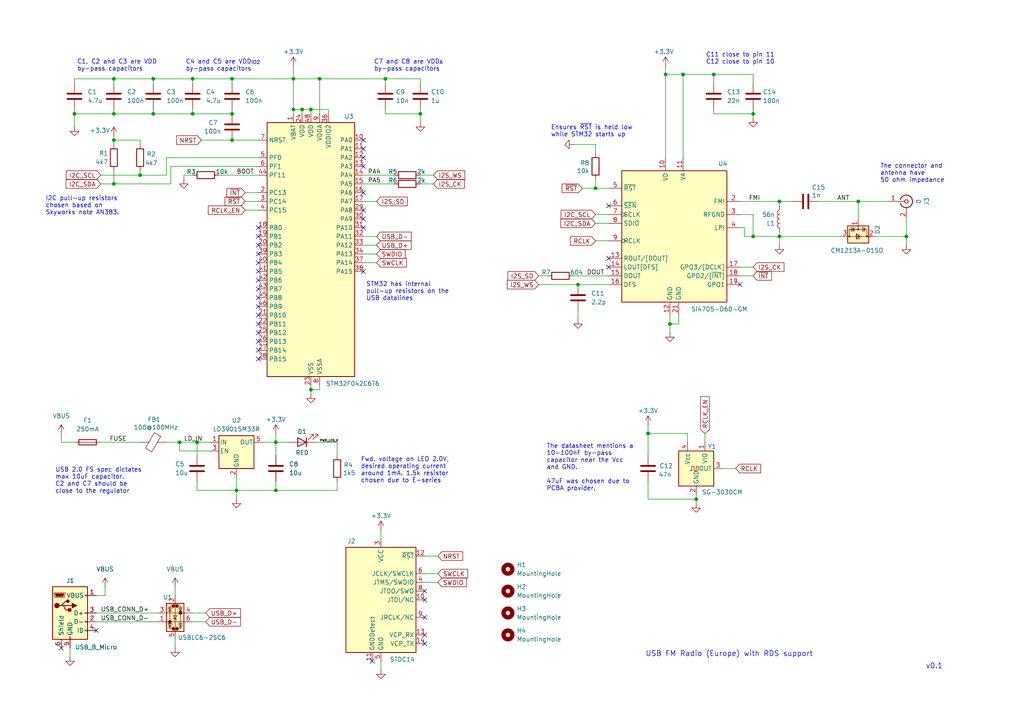
<source format=kicad_sch>
(kicad_sch (version 20250114) (generator "eeschema") (generator_version "9.0")
  (paper "A4")
  (lib_symbols
    (symbol "Connector:Conn_Coaxial" (pin_names (offset 1.016) (hide yes))
      (property "Reference" "J" (at 0.254 3.048 0))
      (property "Value" "Conn_Coaxial" (at 2.921 0 90))
      (symbol "Conn_Coaxial_1_1"
        (pin passive line (at -5.08 0 0) (length 2.54) (name "In") (number "1"))
        (pin passive line (at 0 -5.08 90) (length 2.54) (name "Ext") (number "2"))
      )
    )
    (symbol "Connector:Conn_ST_STDC14"
      (property "Reference" "J" (at -8.89 16.51 0))
      (property "Value" "Conn_ST_STDC14" (at 17.78 16.51 0))
      (symbol "Conn_ST_STDC14_1_1"
        (pin no_connect line (at -10.16 5.08 0) (length 2.54) (hide yes) (name "NC") (number "1"))
        (pin no_connect line (at -10.16 2.54 0) (length 2.54) (hide yes) (name "NC") (number "2"))
        (pin passive line (at -2.54 -17.78 90) (length 2.54) (name "GNDDetect") (number "11"))
        (pin power_in line (at 0 17.78 270) (length 2.54) (name "VCC") (number "3"))
        (pin power_in line (at 0 -17.78 90) (length 2.54) (name "GND") (number "5"))
        (pin passive line (at 0 -17.78 90) (length 2.54) (hide yes) (name "GND") (number "7"))
        (pin open_collector line (at 12.7 12.7 180) (length 2.54) (name "~{RST}") (number "12"))
        (pin output line (at 12.7 7.62 180) (length 2.54) (name "JCLK/SWCLK") (number "6"))
        (pin bidirectional line (at 12.7 5.08 180) (length 2.54) (name "JTMS/SWDIO") (number "4"))
        (pin input line (at 12.7 2.54 180) (length 2.54) (name "JTDO/SWO") (number "8"))
        (pin output line (at 12.7 0 180) (length 2.54) (name "JTDI/NC") (number "10"))
        (pin input line (at 12.7 -5.08 180) (length 2.54) (name "JRCLK/NC") (number "9"))
        (pin output line (at 12.7 -10.16 180) (length 2.54) (name "VCP_RX") (number "13"))
        (pin input line (at 12.7 -12.7 180) (length 2.54) (name "VCP_TX") (number "14"))
      )
    )
    (symbol "Connector:USB_B_Micro" (pin_names (offset 1.016))
      (property "Reference" "J" (at -5.08 11.43 0))
      (property "Value" "USB_B_Micro" (at -5.08 8.89 0))
      (symbol "USB_B_Micro_1_1"
        (pin passive line (at -2.54 -10.16 90) (length 2.54) (name "Shield") (number "6"))
        (pin power_out line (at 0 -10.16 90) (length 2.54) (name "GND") (number "5"))
        (pin power_out line (at 7.62 5.08 180) (length 2.54) (name "VBUS") (number "1"))
        (pin bidirectional line (at 7.62 0 180) (length 2.54) (name "D+") (number "3"))
        (pin bidirectional line (at 7.62 -2.54 180) (length 2.54) (name "D-") (number "2"))
        (pin passive line (at 7.62 -5.08 180) (length 2.54) (name "ID") (number "4"))
      )
    )
    (symbol "Device:C" (pin_numbers (hide yes)) (pin_names (offset 0.254))
      (property "Reference" "C" (at 0.635 2.54 0))
      (property "Value" "C" (at 0.635 -2.54 0))
      (symbol "C_1_1"
        (pin passive line (at 0 3.81 270) (length 2.794) (name "~") (number "1"))
        (pin passive line (at 0 -3.81 90) (length 2.794) (name "~") (number "2"))
      )
    )
    (symbol "Device:FerriteBead" (pin_numbers (hide yes)) (pin_names (offset 0))
      (property "Reference" "FB" (at -3.81 0.635 90))
      (property "Value" "FerriteBead" (at 3.81 0 90))
      (symbol "FerriteBead_1_1"
        (pin passive line (at 0 3.81 270) (length 2.54) (name "~") (number "1"))
        (pin passive line (at 0 -3.81 90) (length 2.54) (name "~") (number "2"))
      )
    )
    (symbol "Device:Fuse" (pin_numbers (hide yes)) (pin_names (offset 0))
      (property "Reference" "F" (at 2.032 0 90))
      (property "Value" "Fuse" (at -1.905 0 90))
      (symbol "Fuse_1_1"
        (pin passive line (at 0 3.81 270) (length 1.27) (name "~") (number "1"))
        (pin passive line (at 0 -3.81 90) (length 1.27) (name "~") (number "2"))
      )
    )
    (symbol "Device:L" (pin_numbers (hide yes)) (pin_names (offset 1.016) (hide yes))
      (property "Reference" "L" (at -1.27 0 90))
      (property "Value" "L" (at 1.905 0 90))
      (symbol "L_1_1"
        (pin passive line (at 0 3.81 270) (length 1.27) (name "1") (number "1"))
        (pin passive line (at 0 -3.81 90) (length 1.27) (name "2") (number "2"))
      )
    )
    (symbol "Device:LED" (pin_numbers (hide yes)) (pin_names (offset 1.016) (hide yes))
      (property "Reference" "D" (at 0 2.54 0))
      (property "Value" "LED" (at 0 -2.54 0))
      (symbol "LED_1_1"
        (pin passive line (at -3.81 0 0) (length 2.54) (name "K") (number "1"))
        (pin passive line (at 3.81 0 180) (length 2.54) (name "A") (number "2"))
      )
    )
    (symbol "Device:R" (pin_numbers (hide yes)) (pin_names (offset 0))
      (property "Reference" "R" (at 2.032 0 90))
      (property "Value" "R" (at 0 0 90))
      (symbol "R_1_1"
        (pin passive line (at 0 3.81 270) (length 1.27) (name "~") (number "1"))
        (pin passive line (at 0 -3.81 90) (length 1.27) (name "~") (number "2"))
      )
    )
    (symbol "MCU_ST_STM32F0:STM32F042C6Tx"
      (property "Reference" "U" (at -12.7 39.37 0))
      (property "Value" "STM32F042C6Tx" (at 7.62 39.37 0))
      (symbol "STM32F042C6Tx_1_1"
        (pin input line (at -15.24 33.02 0) (length 2.54) (name "NRST") (number "7"))
        (pin bidirectional line (at -15.24 27.94 0) (length 2.54) (name "PF0") (number "5"))
        (pin bidirectional line (at -15.24 25.4 0) (length 2.54) (name "PF1") (number "6"))
        (pin bidirectional line (at -15.24 22.86 0) (length 2.54) (name "PF11") (number "44"))
        (pin bidirectional line (at -15.24 17.78 0) (length 2.54) (name "PC13") (number "2"))
        (pin bidirectional line (at -15.24 15.24 0) (length 2.54) (name "PC14") (number "3"))
        (pin bidirectional line (at -15.24 12.7 0) (length 2.54) (name "PC15") (number "4"))
        (pin bidirectional line (at -15.24 7.62 0) (length 2.54) (name "PB0") (number "18"))
        (pin bidirectional line (at -15.24 5.08 0) (length 2.54) (name "PB1") (number "19"))
        (pin bidirectional line (at -15.24 2.54 0) (length 2.54) (name "PB2") (number "20"))
        (pin bidirectional line (at -15.24 0 0) (length 2.54) (name "PB3") (number "39"))
        (pin bidirectional line (at -15.24 -2.54 0) (length 2.54) (name "PB4") (number "40"))
        (pin bidirectional line (at -15.24 -5.08 0) (length 2.54) (name "PB5") (number "41"))
        (pin bidirectional line (at -15.24 -7.62 0) (length 2.54) (name "PB6") (number "42"))
        (pin bidirectional line (at -15.24 -10.16 0) (length 2.54) (name "PB7") (number "43"))
        (pin bidirectional line (at -15.24 -12.7 0) (length 2.54) (name "PB8") (number "45"))
        (pin bidirectional line (at -15.24 -15.24 0) (length 2.54) (name "PB9") (number "46"))
        (pin bidirectional line (at -15.24 -17.78 0) (length 2.54) (name "PB10") (number "21"))
        (pin bidirectional line (at -15.24 -20.32 0) (length 2.54) (name "PB11") (number "22"))
        (pin bidirectional line (at -15.24 -22.86 0) (length 2.54) (name "PB12") (number "25"))
        (pin bidirectional line (at -15.24 -25.4 0) (length 2.54) (name "PB13") (number "26"))
        (pin bidirectional line (at -15.24 -27.94 0) (length 2.54) (name "PB14") (number "27"))
        (pin bidirectional line (at -15.24 -30.48 0) (length 2.54) (name "PB15") (number "28"))
        (pin power_in line (at -5.08 40.64 270) (length 2.54) (name "VBAT") (number "1"))
        (pin power_in line (at -2.54 40.64 270) (length 2.54) (name "VDD") (number "24"))
        (pin power_in line (at 0 40.64 270) (length 2.54) (name "VDD") (number "48"))
        (pin power_in line (at 0 -38.1 90) (length 2.54) (name "VSS") (number "23"))
        (pin passive line (at 0 -38.1 90) (length 2.54) (hide yes) (name "VSS") (number "35"))
        (pin passive line (at 0 -38.1 90) (length 2.54) (hide yes) (name "VSS") (number "47"))
        (pin power_in line (at 2.54 40.64 270) (length 2.54) (name "VDDA") (number "9"))
        (pin power_in line (at 2.54 -38.1 90) (length 2.54) (name "VSSA") (number "8"))
        (pin power_in line (at 5.08 40.64 270) (length 2.54) (name "VDDIO2") (number "36"))
        (pin bidirectional line (at 15.24 33.02 180) (length 2.54) (name "PA0") (number "10"))
        (pin bidirectional line (at 15.24 30.48 180) (length 2.54) (name "PA1") (number "11"))
        (pin bidirectional line (at 15.24 27.94 180) (length 2.54) (name "PA2") (number "12"))
        (pin bidirectional line (at 15.24 25.4 180) (length 2.54) (name "PA3") (number "13"))
        (pin bidirectional line (at 15.24 22.86 180) (length 2.54) (name "PA4") (number "14"))
        (pin bidirectional line (at 15.24 20.32 180) (length 2.54) (name "PA5") (number "15"))
        (pin bidirectional line (at 15.24 17.78 180) (length 2.54) (name "PA6") (number "16"))
        (pin bidirectional line (at 15.24 15.24 180) (length 2.54) (name "PA7") (number "17"))
        (pin bidirectional line (at 15.24 12.7 180) (length 2.54) (name "PA8") (number "29"))
        (pin bidirectional line (at 15.24 10.16 180) (length 2.54) (name "PA9") (number "30"))
        (pin bidirectional line (at 15.24 7.62 180) (length 2.54) (name "PA10") (number "31"))
        (pin bidirectional line (at 15.24 5.08 180) (length 2.54) (name "PA11") (number "32"))
        (pin bidirectional line (at 15.24 2.54 180) (length 2.54) (name "PA12") (number "33"))
        (pin bidirectional line (at 15.24 0 180) (length 2.54) (name "PA13") (number "34"))
        (pin bidirectional line (at 15.24 -2.54 180) (length 2.54) (name "PA14") (number "37"))
        (pin bidirectional line (at 15.24 -5.08 180) (length 2.54) (name "PA15") (number "38"))
      )
    )
    (symbol "Mechanical:MountingHole" (pin_names (offset 1.016)) (in_bom no)
      (property "Reference" "H" (at 0 5.08 0))
      (property "Value" "MountingHole" (at 0 3.175 0))
    )
    (symbol "Oscillator:SG-3030CM"
      (property "Reference" "Y" (at -5.08 -6.35 0))
      (property "Value" "SG-3030CM" (at 1.27 -6.35 0))
      (symbol "SG-3030CM_1_1"
        (pin power_in line (at -2.54 7.62 270) (length 2.54) (name "Vcc") (number "4"))
        (pin power_in line (at 0 -7.62 90) (length 2.54) (name "GND") (number "2"))
        (pin power_in line (at 2.54 7.62 270) (length 2.54) (name "VIO") (number "1"))
        (pin output line (at 7.62 0 180) (length 2.54) (name "OUT") (number "3"))
      )
    )
    (symbol "Power_Protection:CM1213A-01SO" (pin_names (hide yes))
      (property "Reference" "D" (at 0 5.08 0))
      (property "Value" "CM1213A-01SO" (at 0 3.175 0))
      (symbol "CM1213A-01SO_1_1"
        (pin passive line (at -5.08 0 0) (length 2.54) (name "VP") (number "2"))
        (pin passive line (at 0 -5.08 90) (length 2.54) (name "CH1") (number "1"))
        (pin passive line (at 5.08 0 180) (length 2.54) (name "VN") (number "3"))
      )
    )
    (symbol "Power_Protection:USBLC6-2SC6" (pin_names (hide yes))
      (property "Reference" "U" (at 0.635 5.715 0))
      (property "Value" "USBLC6-2SC6" (at 0.635 3.81 0))
      (symbol "USBLC6-2SC6_1_1"
        (pin passive line (at -5.08 0 0) (length 2.54) (name "I/O1") (number "1"))
        (pin passive line (at -5.08 -2.54 0) (length 2.54) (name "I/O2") (number "3"))
        (pin passive line (at 0 5.08 270) (length 2.54) (name "VBUS") (number "5"))
        (pin passive line (at 0 -7.62 90) (length 2.54) (name "GND") (number "2"))
        (pin passive line (at 5.08 0 180) (length 2.54) (name "I/O1") (number "6"))
        (pin passive line (at 5.08 -2.54 180) (length 2.54) (name "I/O2") (number "4"))
      )
    )
    (symbol "Regulator_Linear:LD39015M33R" (pin_names (offset 0.254))
      (property "Reference" "U" (at -3.81 5.715 0))
      (property "Value" "LD39015M33R" (at 0 5.715 0))
      (symbol "LD39015M33R_1_1"
        (pin power_in line (at -7.62 2.54 0) (length 2.54) (name "IN") (number "1"))
        (pin input line (at -7.62 0 0) (length 2.54) (name "EN") (number "3"))
        (pin power_in line (at 0 -7.62 90) (length 2.54) (name "GND") (number "2"))
        (pin no_connect line (at 5.08 0 180) (length 2.54) (hide yes) (name "NC") (number "4"))
        (pin power_out line (at 7.62 2.54 180) (length 2.54) (name "OUT") (number "5"))
      )
    )
    (symbol "Si470x:Si4705-D60-GM"
      (property "Reference" "U" (at -6.35 20.32 0))
      (property "Value" "Si4705-D60-GM" (at -13.716 18.288 0))
      (symbol "Si4705-D60-GM_1_0"
        (pin power_in line (at 1.27 -25.4 90) (length 3.81) (name "GND") (number "21"))
      )
      (symbol "Si4705-D60-GM_1_1"
        (pin input line (at -19.05 11.43 0) (length 3.81) (name "~{RST}") (number "5"))
        (pin input line (at -19.05 6.35 0) (length 3.81) (name "~{SEN}") (number "6"))
        (pin input clock (at -19.05 3.81 0) (length 3.81) (name "SCLK") (number "7"))
        (pin bidirectional line (at -19.05 1.27 0) (length 3.81) (name "SDIO") (number "8"))
        (pin input clock (at -19.05 -3.81 0) (length 3.81) (name "RCLK") (number "9"))
        (pin output line (at -19.05 -8.89 0) (length 3.81) (name "ROUT/[DOUT]") (number "13"))
        (pin bidirectional line (at -19.05 -11.43 0) (length 3.81) (name "LOUT[DFS]") (number "14"))
        (pin output line (at -19.05 -13.97 0) (length 3.81) (name "DOUT") (number "15"))
        (pin output line (at -19.05 -16.51 0) (length 3.81) (name "DFS") (number "16"))
        (pin power_in line (at -2.54 20.32 270) (length 3.81) (name "VD") (number "10"))
        (pin power_in line (at -1.27 -25.4 90) (length 3.81) (name "GND") (number "12"))
        (pin power_in line (at 2.54 20.32 270) (length 3.81) (name "VA") (number "11"))
        (pin no_connect line (at 7.62 20.32 270) (length 3.81) (hide yes) (name "NC") (number "1"))
        (pin no_connect line (at 10.16 20.32 270) (length 3.81) (hide yes) (name "NC") (number "20"))
        (pin input line (at 19.05 7.62 180) (length 3.81) (name "FMI") (number "2"))
        (pin power_in line (at 19.05 3.81 180) (length 3.81) (name "RFGND") (number "3"))
        (pin input line (at 19.05 0 180) (length 3.81) (name "LPI") (number "4"))
        (pin bidirectional line (at 19.05 -11.43 180) (length 3.81) (name "GPO3/[DCLK]") (number "17"))
        (pin output line (at 19.05 -13.97 180) (length 3.81) (name "GPO2/[~{INT}]") (number "18"))
        (pin output line (at 19.05 -16.51 180) (length 3.81) (name "GPO1") (number "19"))
      )
    )
    (symbol "power:+3.3V" (power) (pin_numbers (hide yes)) (pin_names (offset 0) (hide yes))
      (property "Value" "+3.3V" (at 0 3.556 0))
      (symbol "+3.3V_1_1"
        (pin power_in line (at 0 0 90) (length 0) (name "~") (number "1"))
      )
    )
    (symbol "power:GND" (power) (pin_numbers (hide yes)) (pin_names (offset 0) (hide yes))
      (property "Value" "GND" (at 0 -3.81 0))
      (symbol "GND_1_1"
        (pin power_in line (at 0 0 270) (length 0) (name "~") (number "1"))
      )
    )
    (symbol "power:VBUS" (power) (pin_numbers (hide yes)) (pin_names (offset 0) (hide yes))
      (property "Value" "VBUS" (at 0 3.556 0))
      (symbol "VBUS_1_1"
        (pin power_in line (at 0 0 90) (length 0) (name "~") (number "1"))
      )
    )
  )
  (text "Ensures ~{RST} is held low\nwhile STM32 starts up" (at 159.766 38.1 0) (effects (font (size 1.27 1.27)) (justify left)))
  (text "C1, C2 and C3 are VDD\nby-pass capacitors" (at 22.352 19.05 0) (effects (font (size 1.27 1.27)) (justify left)))
  (text "C7 and C8 are VDD_{A}\nby-pass capacitors" (at 108.458 19.05 0) (effects (font (size 1.27 1.27)) (justify left)))
  (text "USB FM Radio (Europe) with RDS support" (at 187.198 189.738 0) (effects (font (size 1.524 1.524)) (justify left)))
  (text "STM32 has internal\npull-up resistors on the\nUSB datalines" (at 106.172 84.582 0) (effects (font (size 1.27 1.27)) (justify left)))
  (text "I2C pull-up resistors\nchosen based on\nSkyworks note AN383." (at 13.208 59.69 0) (effects (font (size 1.27 1.27)) (justify left)))
  (text "USB 2.0 FS spec dictates\nmax 10uF capacitor.\nC2 and C7 should be\nclose to the regulator" (at 16.002 139.446 0) (effects (font (size 1.27 1.27)) (justify left)))
  (text "The connector and\nantenna have\n50 ohm impedance" (at 255.27 50.292 0) (effects (font (size 1.27 1.27)) (justify left)))
  (text "C11 close to pin 11\nC12 close to pin 10" (at 204.724 17.018 0) (effects (font (size 1.27 1.27)) (justify left)))
  (text "v0.1" (at 268.478 193.294 0) (effects (font (size 1.524 1.524)) (justify left)))
  (text "Fwd. voltage on LED 2.0V,\ndesired operating current\naround 1mA. 1.5k resistor\nchosen due to E-series" (at 104.648 136.398 0) (effects (font (size 1.27 1.27)) (justify left)))
  (text "The datasheet mentions a\n10-100nF by-pass\ncapacitor near the Vcc\nand GND.\n\n47uF was chosen due to\nPCBA provider." (at 158.496 135.636 0) (effects (font (size 1.27 1.27)) (justify left)))
  (text "C4 and C5 are VDD_{IO2}\nby-pass capacitors" (at 53.848 19.05 0) (effects (font (size 1.27 1.27)) (justify left)))
  (junction (at 248.92 58.42))
  (junction (at 33.02 40.64))
  (junction (at 92.71 22.86))
  (junction (at 85.09 31.75))
  (junction (at 44.45 22.86))
  (junction (at 111.76 22.86))
  (junction (at 198.12 21.59))
  (junction (at 33.02 22.86))
  (junction (at 55.88 22.86))
  (junction (at 207.01 21.59))
  (junction (at 80.01 142.24))
  (junction (at 187.96 125.73))
  (junction (at 218.44 68.58))
  (junction (at 67.31 40.64))
  (junction (at 80.01 128.27))
  (junction (at 262.89 68.58))
  (junction (at 68.58 142.24))
  (junction (at 226.06 58.42))
  (junction (at 226.06 68.58))
  (junction (at 218.44 33.02))
  (junction (at 121.92 33.02))
  (junction (at 90.17 113.03))
  (junction (at 85.09 22.86))
  (junction (at 33.02 53.34))
  (junction (at 57.15 128.27))
  (junction (at 193.04 21.59))
  (junction (at 44.45 33.02))
  (junction (at 40.64 50.8))
  (junction (at 52.07 128.27))
  (junction (at 67.31 22.86))
  (junction (at 33.02 33.02))
  (junction (at 194.31 93.98))
  (junction (at 172.72 54.61))
  (junction (at 90.17 31.75))
  (junction (at 55.88 33.02))
  (junction (at 87.63 31.75))
  (junction (at 201.93 144.78))
  (junction (at 167.64 82.55))
  (junction (at 67.31 33.02))
  (junction (at 21.59 33.02))
  (no_connect (at 27.94 182.88))
  (no_connect (at 123.19 171.45))
  (no_connect (at 105.41 48.26))
  (no_connect (at 74.93 93.98))
  (no_connect (at 74.93 76.2))
  (no_connect (at 176.53 77.47))
  (no_connect (at 105.41 66.04))
  (no_connect (at 123.19 173.99))
  (no_connect (at 74.93 101.6))
  (no_connect (at 107.95 191.77))
  (no_connect (at 105.41 40.64))
  (no_connect (at 74.93 83.82))
  (no_connect (at 74.93 78.74))
  (no_connect (at 74.93 66.04))
  (no_connect (at 74.93 99.06))
  (no_connect (at 74.93 96.52))
  (no_connect (at 105.41 60.96))
  (no_connect (at 74.93 81.28))
  (no_connect (at 105.41 78.74))
  (no_connect (at 214.63 82.55))
  (no_connect (at 74.93 86.36))
  (no_connect (at 74.93 68.58))
  (no_connect (at 17.78 187.96))
  (no_connect (at 74.93 91.44))
  (no_connect (at 123.19 186.69))
  (no_connect (at 74.93 73.66))
  (no_connect (at 74.93 104.14))
  (no_connect (at 176.53 74.93))
  (no_connect (at 74.93 88.9))
  (no_connect (at 105.41 45.72))
  (no_connect (at 105.41 63.5))
  (no_connect (at 105.41 55.88))
  (no_connect (at 105.41 43.18))
  (no_connect (at 123.19 184.15))
  (no_connect (at 176.53 59.69))
  (no_connect (at 74.93 71.12))
  (no_connect (at 123.19 179.07))
  (wire (pts (xy 121.92 50.8) (xy 125.73 50.8)))
  (wire (pts (xy 57.15 139.7) (xy 57.15 142.24)))
  (wire (pts (xy 193.04 19.05) (xy 193.04 21.59)))
  (wire (pts (xy 97.79 139.7) (xy 97.79 142.24)))
  (wire (pts (xy 60.96 130.81) (xy 52.07 130.81)))
  (wire (pts (xy 105.41 50.8) (xy 114.3 50.8)))
  (wire (pts (xy 80.01 142.24) (xy 97.79 142.24)))
  (wire (pts (xy 87.63 31.75) (xy 90.17 31.75)))
  (wire (pts (xy 121.92 31.75) (xy 121.92 33.02)))
  (wire (pts (xy 218.44 31.75) (xy 218.44 33.02)))
  (wire (pts (xy 20.32 187.96) (xy 20.32 190.5)))
  (wire (pts (xy 17.78 128.27) (xy 21.59 128.27)))
  (wire (pts (xy 105.41 71.12) (xy 109.22 71.12)))
  (wire (pts (xy 111.76 33.02) (xy 121.92 33.02)))
  (wire (pts (xy 57.15 128.27) (xy 60.96 128.27)))
  (wire (pts (xy 193.04 21.59) (xy 198.12 21.59)))
  (wire (pts (xy 196.85 93.98) (xy 194.31 93.98)))
  (wire (pts (xy 121.92 22.86) (xy 111.76 22.86)))
  (wire (pts (xy 52.07 130.81) (xy 52.07 128.27)))
  (wire (pts (xy 85.09 31.75) (xy 87.63 31.75)))
  (wire (pts (xy 226.06 58.42) (xy 229.87 58.42)))
  (wire (pts (xy 193.04 21.59) (xy 193.04 45.72)))
  (wire (pts (xy 187.96 125.73) (xy 187.96 132.08)))
  (wire (pts (xy 204.47 125.73) (xy 204.47 128.27)))
  (wire (pts (xy 110.49 153.67) (xy 110.49 156.21)))
  (wire (pts (xy 201.93 144.78) (xy 201.93 146.05)))
  (wire (pts (xy 105.41 76.2) (xy 109.22 76.2)))
  (wire (pts (xy 226.06 68.58) (xy 226.06 71.12)))
  (wire (pts (xy 27.94 180.34) (xy 45.72 180.34)))
  (wire (pts (xy 40.64 40.64) (xy 33.02 40.64)))
  (wire (pts (xy 226.06 59.69) (xy 226.06 58.42)))
  (wire (pts (xy 110.49 191.77) (xy 110.49 194.31)))
  (wire (pts (xy 49.53 48.26) (xy 74.93 48.26)))
  (wire (pts (xy 215.9 66.04) (xy 215.9 68.58)))
  (wire (pts (xy 92.71 22.86) (xy 92.71 33.02)))
  (wire (pts (xy 198.12 45.72) (xy 198.12 21.59)))
  (wire (pts (xy 80.01 132.08) (xy 80.01 128.27)))
  (wire (pts (xy 40.64 49.53) (xy 40.64 50.8)))
  (wire (pts (xy 97.79 128.27) (xy 97.79 132.08)))
  (wire (pts (xy 67.31 31.75) (xy 67.31 33.02)))
  (wire (pts (xy 55.88 33.02) (xy 67.31 33.02)))
  (wire (pts (xy 194.31 91.44) (xy 194.31 93.98)))
  (wire (pts (xy 90.17 113.03) (xy 90.17 114.3)))
  (wire (pts (xy 226.06 67.31) (xy 226.06 68.58)))
  (wire (pts (xy 17.78 125.73) (xy 17.78 128.27)))
  (wire (pts (xy 53.34 50.8) (xy 53.34 52.07)))
  (wire (pts (xy 105.41 58.42) (xy 109.22 58.42)))
  (wire (pts (xy 111.76 24.13) (xy 111.76 22.86)))
  (wire (pts (xy 85.09 22.86) (xy 92.71 22.86)))
  (wire (pts (xy 121.92 53.34) (xy 125.73 53.34)))
  (wire (pts (xy 27.94 177.8) (xy 45.72 177.8)))
  (wire (pts (xy 80.01 139.7) (xy 80.01 142.24)))
  (wire (pts (xy 71.12 58.42) (xy 74.93 58.42)))
  (wire (pts (xy 105.41 53.34) (xy 114.3 53.34)))
  (wire (pts (xy 40.64 50.8) (xy 48.26 50.8)))
  (wire (pts (xy 218.44 68.58) (xy 226.06 68.58)))
  (wire (pts (xy 92.71 113.03) (xy 90.17 113.03)))
  (wire (pts (xy 176.53 82.55) (xy 167.64 82.55)))
  (wire (pts (xy 44.45 31.75) (xy 44.45 33.02)))
  (wire (pts (xy 168.91 54.61) (xy 172.72 54.61)))
  (wire (pts (xy 55.88 177.8) (xy 59.69 177.8)))
  (wire (pts (xy 30.48 172.72) (xy 27.94 172.72)))
  (wire (pts (xy 68.58 142.24) (xy 68.58 144.78)))
  (wire (pts (xy 187.96 144.78) (xy 201.93 144.78)))
  (wire (pts (xy 87.63 33.02) (xy 87.63 31.75)))
  (wire (pts (xy 71.12 60.96) (xy 74.93 60.96)))
  (wire (pts (xy 90.17 31.75) (xy 95.25 31.75)))
  (wire (pts (xy 55.88 22.86) (xy 67.31 22.86)))
  (wire (pts (xy 21.59 22.86) (xy 33.02 22.86)))
  (wire (pts (xy 29.21 50.8) (xy 40.64 50.8)))
  (wire (pts (xy 237.49 58.42) (xy 248.92 58.42)))
  (wire (pts (xy 199.39 125.73) (xy 199.39 128.27)))
  (wire (pts (xy 172.72 62.23) (xy 176.53 62.23)))
  (wire (pts (xy 44.45 22.86) (xy 55.88 22.86)))
  (wire (pts (xy 90.17 111.76) (xy 90.17 113.03)))
  (wire (pts (xy 91.44 128.27) (xy 97.79 128.27)))
  (wire (pts (xy 166.37 80.01) (xy 176.53 80.01)))
  (wire (pts (xy 48.26 45.72) (xy 74.93 45.72)))
  (wire (pts (xy 214.63 66.04) (xy 215.9 66.04)))
  (wire (pts (xy 172.72 69.85) (xy 176.53 69.85)))
  (wire (pts (xy 167.64 82.55) (xy 156.21 82.55)))
  (wire (pts (xy 218.44 62.23) (xy 218.44 68.58)))
  (wire (pts (xy 262.89 68.58) (xy 262.89 71.12)))
  (wire (pts (xy 218.44 33.02) (xy 218.44 34.29)))
  (wire (pts (xy 57.15 132.08) (xy 57.15 128.27)))
  (wire (pts (xy 33.02 22.86) (xy 44.45 22.86)))
  (wire (pts (xy 71.12 55.88) (xy 74.93 55.88)))
  (wire (pts (xy 172.72 41.91) (xy 172.72 44.45)))
  (wire (pts (xy 48.26 128.27) (xy 52.07 128.27)))
  (wire (pts (xy 215.9 68.58) (xy 218.44 68.58)))
  (wire (pts (xy 194.31 96.52) (xy 194.31 93.98)))
  (wire (pts (xy 121.92 24.13) (xy 121.92 22.86)))
  (wire (pts (xy 85.09 31.75) (xy 85.09 33.02)))
  (wire (pts (xy 52.07 128.27) (xy 57.15 128.27)))
  (wire (pts (xy 172.72 64.77) (xy 176.53 64.77)))
  (wire (pts (xy 33.02 22.86) (xy 33.02 24.13)))
  (wire (pts (xy 209.55 135.89) (xy 213.36 135.89)))
  (wire (pts (xy 105.41 73.66) (xy 109.22 73.66)))
  (wire (pts (xy 63.5 50.8) (xy 74.93 50.8)))
  (wire (pts (xy 48.26 50.8) (xy 48.26 45.72)))
  (wire (pts (xy 53.34 50.8) (xy 55.88 50.8)))
  (wire (pts (xy 21.59 24.13) (xy 21.59 22.86)))
  (wire (pts (xy 196.85 91.44) (xy 196.85 93.98)))
  (wire (pts (xy 105.41 68.58) (xy 109.22 68.58)))
  (wire (pts (xy 92.71 111.76) (xy 92.71 113.03)))
  (wire (pts (xy 55.88 180.34) (xy 59.69 180.34)))
  (wire (pts (xy 248.92 58.42) (xy 248.92 63.5)))
  (wire (pts (xy 156.21 80.01) (xy 158.75 80.01)))
  (wire (pts (xy 85.09 22.86) (xy 85.09 31.75)))
  (wire (pts (xy 55.88 31.75) (xy 55.88 33.02)))
  (wire (pts (xy 254 68.58) (xy 262.89 68.58)))
  (wire (pts (xy 29.21 128.27) (xy 40.64 128.27)))
  (wire (pts (xy 123.19 168.91) (xy 127 168.91)))
  (wire (pts (xy 67.31 40.64) (xy 74.93 40.64)))
  (wire (pts (xy 218.44 24.13) (xy 218.44 21.59)))
  (wire (pts (xy 29.21 53.34) (xy 33.02 53.34)))
  (wire (pts (xy 172.72 54.61) (xy 176.53 54.61)))
  (wire (pts (xy 207.01 31.75) (xy 207.01 33.02)))
  (wire (pts (xy 172.72 41.91) (xy 166.37 41.91)))
  (wire (pts (xy 67.31 22.86) (xy 85.09 22.86)))
  (wire (pts (xy 68.58 142.24) (xy 57.15 142.24)))
  (wire (pts (xy 218.44 33.02) (xy 207.01 33.02)))
  (wire (pts (xy 90.17 33.02) (xy 90.17 31.75)))
  (wire (pts (xy 68.58 138.43) (xy 68.58 142.24)))
  (wire (pts (xy 33.02 40.64) (xy 33.02 39.37)))
  (wire (pts (xy 248.92 58.42) (xy 257.81 58.42)))
  (wire (pts (xy 44.45 33.02) (xy 55.88 33.02)))
  (wire (pts (xy 121.92 33.02) (xy 121.92 35.56)))
  (wire (pts (xy 44.45 24.13) (xy 44.45 22.86)))
  (wire (pts (xy 226.06 68.58) (xy 243.84 68.58)))
  (wire (pts (xy 67.31 22.86) (xy 67.31 24.13)))
  (wire (pts (xy 198.12 21.59) (xy 207.01 21.59)))
  (wire (pts (xy 21.59 33.02) (xy 21.59 36.83)))
  (wire (pts (xy 207.01 24.13) (xy 207.01 21.59)))
  (wire (pts (xy 167.64 90.17) (xy 167.64 92.71)))
  (wire (pts (xy 80.01 128.27) (xy 76.2 128.27)))
  (wire (pts (xy 33.02 49.53) (xy 33.02 53.34)))
  (wire (pts (xy 187.96 125.73) (xy 199.39 125.73)))
  (wire (pts (xy 214.63 80.01) (xy 218.44 80.01)))
  (wire (pts (xy 187.96 139.7) (xy 187.96 144.78)))
  (wire (pts (xy 214.63 77.47) (xy 218.44 77.47)))
  (wire (pts (xy 92.71 22.86) (xy 111.76 22.86)))
  (wire (pts (xy 201.93 143.51) (xy 201.93 144.78)))
  (wire (pts (xy 214.63 62.23) (xy 218.44 62.23)))
  (wire (pts (xy 50.8 170.18) (xy 50.8 172.72)))
  (wire (pts (xy 123.19 166.37) (xy 127 166.37)))
  (wire (pts (xy 21.59 31.75) (xy 21.59 33.02)))
  (wire (pts (xy 33.02 31.75) (xy 33.02 33.02)))
  (wire (pts (xy 30.48 170.18) (xy 30.48 172.72)))
  (wire (pts (xy 49.53 48.26) (xy 49.53 53.34)))
  (wire (pts (xy 80.01 142.24) (xy 68.58 142.24)))
  (wire (pts (xy 55.88 22.86) (xy 55.88 24.13)))
  (wire (pts (xy 33.02 53.34) (xy 49.53 53.34)))
  (wire (pts (xy 218.44 21.59) (xy 207.01 21.59)))
  (wire (pts (xy 111.76 31.75) (xy 111.76 33.02)))
  (wire (pts (xy 40.64 41.91) (xy 40.64 40.64)))
  (wire (pts (xy 95.25 33.02) (xy 95.25 31.75)))
  (wire (pts (xy 85.09 19.05) (xy 85.09 22.86)))
  (wire (pts (xy 187.96 123.19) (xy 187.96 125.73)))
  (wire (pts (xy 123.19 161.29) (xy 127 161.29)))
  (wire (pts (xy 172.72 52.07) (xy 172.72 54.61)))
  (wire (pts (xy 33.02 33.02) (xy 44.45 33.02)))
  (wire (pts (xy 214.63 58.42) (xy 226.06 58.42)))
  (wire (pts (xy 80.01 125.73) (xy 80.01 128.27)))
  (wire (pts (xy 33.02 40.64) (xy 33.02 41.91)))
  (wire (pts (xy 80.01 128.27) (xy 83.82 128.27)))
  (wire (pts (xy 50.8 185.42) (xy 50.8 187.96)))
  (wire (pts (xy 58.42 40.64) (xy 67.31 40.64)))
  (wire (pts (xy 21.59 33.02) (xy 33.02 33.02)))
  (wire (pts (xy 262.89 63.5) (xy 262.89 68.58)))
  (label "USB_CONN_D-" (at 29.21 180.34 0))
  (label "DOUT" (at 170.18 80.01 0))
  (label "PWR_LED_K" (at 92.71 128.27 0) (effects (font (size 0.635 0.635))))
  (label "PA4" (at 106.68 50.8 0))
  (label "ANT" (at 246.38 58.42 180))
  (label "USB_CONN_D+" (at 29.21 177.8 0))
  (label "BOOT" (at 68.58 50.8 0))
  (label "FUSE" (at 31.75 128.27 0))
  (label "PA5" (at 106.68 53.34 0))
  (label "LD_IN" (at 53.34 128.27 0))
  (label "FMI" (at 217.17 58.42 0))
  (global_label "I2C_SDA" (shape input) (at 172.72 64.77 180) (property "Intersheetrefs" "${INTERSHEET_REFS}" (effects (hide yes))))
  (global_label "I2S_CK" (shape input) (at 218.44 77.47 0) (property "Intersheetrefs" "${INTERSHEET_REFS}" (effects (hide yes))))
  (global_label "~{INT}" (shape input) (at 71.12 55.88 180) (property "Intersheetrefs" "${INTERSHEET_REFS}" (effects (hide yes))))
  (global_label "USB_D+" (shape input) (at 109.22 71.12 0) (property "Intersheetrefs" "${INTERSHEET_REFS}" (effects (hide yes))))
  (global_label "RCLK" (shape input) (at 213.36 135.89 0) (property "Intersheetrefs" "${INTERSHEET_REFS}" (effects (hide yes))))
  (global_label "I2S_WS" (shape input) (at 125.73 50.8 0) (property "Intersheetrefs" "${INTERSHEET_REFS}" (effects (hide yes))))
  (global_label "SWCLK" (shape input) (at 109.22 76.2 0) (property "Intersheetrefs" "${INTERSHEET_REFS}" (effects (hide yes))))
  (global_label "I2S_CK" (shape input) (at 125.73 53.34 0) (property "Intersheetrefs" "${INTERSHEET_REFS}" (effects (hide yes))))
  (global_label "~{RST}" (shape input) (at 71.12 58.42 180) (property "Intersheetrefs" "${INTERSHEET_REFS}" (effects (hide yes))))
  (global_label "I2C_SCL" (shape input) (at 172.72 62.23 180) (property "Intersheetrefs" "${INTERSHEET_REFS}" (effects (hide yes))))
  (global_label "~{INT}" (shape input) (at 218.44 80.01 0) (property "Intersheetrefs" "${INTERSHEET_REFS}" (effects (hide yes))))
  (global_label "SWDIO" (shape input) (at 127 168.91 0) (property "Intersheetrefs" "${INTERSHEET_REFS}" (effects (hide yes))))
  (global_label "SWCLK" (shape input) (at 127 166.37 0) (property "Intersheetrefs" "${INTERSHEET_REFS}" (effects (hide yes))))
  (global_label "RCLK_EN" (shape input) (at 204.47 125.73 90) (property "Intersheetrefs" "${INTERSHEET_REFS}" (effects (hide yes))))
  (global_label "SWDIO" (shape input) (at 109.22 73.66 0) (property "Intersheetrefs" "${INTERSHEET_REFS}" (effects (hide yes))))
  (global_label "USB_D+" (shape input) (at 59.69 177.8 0) (property "Intersheetrefs" "${INTERSHEET_REFS}" (effects (hide yes))))
  (global_label "USB_D-" (shape input) (at 59.69 180.34 0) (property "Intersheetrefs" "${INTERSHEET_REFS}" (effects (hide yes))))
  (global_label "NRST" (shape input) (at 58.42 40.64 180) (property "Intersheetrefs" "${INTERSHEET_REFS}" (effects (hide yes))))
  (global_label "I2S_WS" (shape input) (at 156.21 82.55 180) (property "Intersheetrefs" "${INTERSHEET_REFS}" (effects (hide yes))))
  (global_label "~{RST}" (shape input) (at 168.91 54.61 180) (property "Intersheetrefs" "${INTERSHEET_REFS}" (effects (hide yes))))
  (global_label "USB_D-" (shape input) (at 109.22 68.58 0) (property "Intersheetrefs" "${INTERSHEET_REFS}" (effects (hide yes))))
  (global_label "RCLK_EN" (shape input) (at 71.12 60.96 180) (property "Intersheetrefs" "${INTERSHEET_REFS}" (effects (hide yes))))
  (global_label "I2C_SDA" (shape input) (at 29.21 53.34 180) (property "Intersheetrefs" "${INTERSHEET_REFS}" (effects (hide yes))))
  (global_label "RCLK" (shape input) (at 172.72 69.85 180) (property "Intersheetrefs" "${INTERSHEET_REFS}" (effects (hide yes))))
  (global_label "I2S_SD" (shape input) (at 156.21 80.01 180) (property "Intersheetrefs" "${INTERSHEET_REFS}" (effects (hide yes))))
  (global_label "I2S_SD" (shape input) (at 109.22 58.42 0) (property "Intersheetrefs" "${INTERSHEET_REFS}" (effects (hide yes))))
  (global_label "I2C_SCL" (shape input) (at 29.21 50.8 180) (property "Intersheetrefs" "${INTERSHEET_REFS}" (effects (hide yes))))
  (global_label "NRST" (shape input) (at 127 161.29 0) (property "Intersheetrefs" "${INTERSHEET_REFS}" (effects (hide yes))))
  (symbol (lib_id "Device:R") (at 33.02 45.72 0) (mirror y) (unit 1) (exclude_from_sim yes)
    (property "Reference" "R1" (at 28.702 44.45 0) (effects (justify right)))
    (property "Value" "4k7" (at 27.686 46.99 0) (effects (justify right)))
    (property "Footprint" "Resistor_SMD:R_0402_1005Metric" (effects (hide yes)))
    (property "Description" "Resistor" (effects (hide yes)))
    (property "JLCPCB Part Number" "C25900" (effects (hide yes)))
  )
  (symbol (lib_id "power:GND") (at 166.37 41.91 270) (unit 1) (exclude_from_sim yes)
    (property "Reference" "#PWR016" (effects (hide yes)))
    (property "Value" "GND" (effects (hide yes)))
    (property "Description" "Power symbol creates a global label with name \"GND\" , ground" (effects (hide yes)))
  )
  (symbol (lib_id "Device:L") (at 226.06 63.5 180) (unit 1)
    (property "Reference" "L1" (at 224.79 64.7701 0) (effects (justify left)))
    (property "Value" "56n" (at 224.79 62.2301 0) (effects (justify left)))
    (property "Footprint" "Inductor_SMD:L_0603_1608Metric" (effects (hide yes)))
    (property "Description" "Inductor" (effects (hide yes)))
    (property "JLCPCB Part Number" "C98080" (effects (hide yes)))
    (property "Sim.Device" "L" (effects (hide yes)))
    (property "Sim.Pins" "1=- 2=+" (effects (hide yes)))
  )
  (symbol (lib_id "Device:FerriteBead") (at 44.45 128.27 90) (unit 1) (exclude_from_sim yes)
    (property "Reference" "FB1" (at 44.704 121.666 90))
    (property "Value" "100@100MHz" (at 45.212 123.952 90))
    (property "Footprint" "Inductor_SMD:L_0603_1608Metric" (effects (hide yes)))
    (property "Description" "Ferrite bead" (effects (hide yes)))
    (property "JLCPCB Part Number" "C14709" (effects (hide yes)))
  )
  (symbol (lib_id "power:GND") (at 90.17 114.3 0) (unit 1) (exclude_from_sim yes)
    (property "Reference" "#PWR012" (effects (hide yes)))
    (property "Value" "GND" (effects (hide yes)))
    (property "Description" "Power symbol creates a global label with name \"GND\" , ground" (effects (hide yes)))
  )
  (symbol (lib_id "power:+3.3V") (at 193.04 19.05 0) (unit 1) (exclude_from_sim yes)
    (property "Reference" "#PWR019" (effects (hide yes)))
    (property "Value" "+3.3V" (at 192.532 14.986 0))
    (property "Description" "Power symbol creates a global label with name \"+3.3V\"" (effects (hide yes)))
  )
  (symbol (lib_id "Device:C") (at 233.68 58.42 270) (unit 1)
    (property "Reference" "C15" (at 235.458 54.356 90) (effects (justify left)))
    (property "Value" "1n" (at 235.458 56.642 90) (effects (justify left)))
    (property "Footprint" "Capacitor_SMD:C_0603_1608Metric" (effects (hide yes)))
    (property "Description" "Unpolarized capacitor" (effects (hide yes)))
    (property "JLCPCB Part Number" "C1636" (effects (hide yes)))
    (property "Sim.Device" "C" (effects (hide yes)))
    (property "Sim.Pins" "1=- 2=+" (effects (hide yes)))
  )
  (symbol (lib_id "power:+3.3V") (at 110.49 153.67 0) (unit 1) (exclude_from_sim yes)
    (property "Reference" "#PWR013" (effects (hide yes)))
    (property "Value" "+3.3V" (at 110.49 149.606 0))
    (property "Description" "Power symbol creates a global label with name \"+3.3V\"" (effects (hide yes)))
  )
  (symbol (lib_id "Device:C") (at 44.45 27.94 0) (unit 1) (exclude_from_sim yes)
    (property "Reference" "C3" (at 48.26 26.6699 0) (effects (justify left)))
    (property "Value" "100n" (at 48.26 29.2099 0) (effects (justify left)))
    (property "Footprint" "Capacitor_SMD:C_0402_1005Metric" (effects (hide yes)))
    (property "Description" "Unpolarized capacitor" (effects (hide yes)))
    (property "JLCPCB Part Number" "C1525" (effects (hide yes)))
  )
  (symbol (lib_id "power:VBUS") (at 30.48 170.18 0) (unit 1) (exclude_from_sim yes)
    (property "Reference" "#PWR04" (effects (hide yes)))
    (property "Value" "VBUS" (at 30.48 165.1 0))
    (property "Description" "Power symbol creates a global label with name \"VBUS\"" (effects (hide yes)))
  )
  (symbol (lib_id "power:GND") (at 226.06 71.12 0) (unit 1)
    (property "Reference" "#PWR023" (effects (hide yes)))
    (property "Value" "GND" (effects (hide yes)))
    (property "Description" "Power symbol creates a global label with name \"GND\" , ground" (effects (hide yes)))
  )
  (symbol (lib_id "Device:R") (at 59.69 50.8 270) (mirror x) (unit 1) (exclude_from_sim yes)
    (property "Reference" "R3" (at 54.102 49.784 90) (effects (justify left)))
    (property "Value" "10k" (at 62.484 49.784 90) (effects (justify left)))
    (property "Footprint" "Resistor_SMD:R_0402_1005Metric" (effects (hide yes)))
    (property "Description" "Resistor" (effects (hide yes)))
    (property "JLCPCB Part Number" "C25744" (effects (hide yes)))
  )
  (symbol (lib_id "Device:Fuse") (at 25.4 128.27 90) (unit 1) (exclude_from_sim yes)
    (property "Reference" "F1" (at 25.4 121.92 90))
    (property "Value" "250mA" (at 25.4 124.46 90))
    (property "Footprint" "Fuse:Fuse_0603_1608Metric" (effects (hide yes)))
    (property "Description" "Fuse" (effects (hide yes)))
    (property "JLCPCB Part Number" "C207012" (effects (hide yes)))
  )
  (symbol (lib_id "power:GND") (at 262.89 71.12 0) (unit 1)
    (property "Reference" "#PWR024" (effects (hide yes)))
    (property "Value" "GND" (effects (hide yes)))
    (property "Description" "Power symbol creates a global label with name \"GND\" , ground" (effects (hide yes)))
  )
  (symbol (lib_id "Power_Protection:CM1213A-01SO") (at 248.92 68.58 180) (unit 1)
    (property "Reference" "D2" (at 254.508 65.278 90) (effects (justify left)))
    (property "Value" "CM1213A-01SO" (at 256.286 72.644 0) (effects (justify left)))
    (property "Footprint" "Package_TO_SOT_SMD:SOT-23" (effects (hide yes)))
    (property "Datasheet" "http://www.onsemi.com/pub_link/Collateral/CM1213A-D.PDF" (effects (hide yes)))
    (property "Description" "Single Channel ESD Protection Array" (effects (hide yes)))
    (property "JLCPCB Part Number" "C558429" (effects (hide yes)))
    (property "Sim.Device" "C" (effects (hide yes)))
    (property "Sim.Pins" "1=+ 2=-" (effects (hide yes)))
    (property "Sim.Params" "c=0.85p" (effects (hide yes)))
  )
  (symbol (lib_id "Device:R") (at 97.79 135.89 0) (mirror y) (unit 1) (exclude_from_sim yes)
    (property "Reference" "R4" (at 102.362 134.874 0) (effects (justify left)))
    (property "Value" "1k5" (at 103.124 137.16 0) (effects (justify left)))
    (property "Footprint" "Resistor_SMD:R_0402_1005Metric" (effects (hide yes)))
    (property "Description" "Resistor" (effects (hide yes)))
    (property "JLCPCB Part Number" "C25867" (effects (hide yes)))
  )
  (symbol (lib_id "power:GND") (at 121.92 35.56 0) (unit 1) (exclude_from_sim yes)
    (property "Reference" "#PWR015" (effects (hide yes)))
    (property "Value" "GND" (effects (hide yes)))
    (property "Description" "Power symbol creates a global label with name \"GND\" , ground" (effects (hide yes)))
  )
  (symbol (lib_id "power:GND") (at 110.49 194.31 0) (mirror y) (unit 1) (exclude_from_sim yes)
    (property "Reference" "#PWR014" (effects (hide yes)))
    (property "Value" "GND" (effects (hide yes)))
    (property "Description" "Power symbol creates a global label with name \"GND\" , ground" (effects (hide yes)))
  )
  (symbol (lib_id "Device:C") (at 207.01 27.94 0) (unit 1) (exclude_from_sim yes)
    (property "Reference" "C13" (at 210.82 26.6699 0) (effects (justify left)))
    (property "Value" "22n" (at 210.82 29.2099 0) (effects (justify left)))
    (property "Footprint" "Capacitor_SMD:C_0603_1608Metric" (effects (hide yes)))
    (property "Description" "Unpolarized capacitor" (effects (hide yes)))
    (property "JLCPCB Part Number" "C21122" (effects (hide yes)))
  )
  (symbol (lib_id "Device:R") (at 40.64 45.72 0) (mirror y) (unit 1) (exclude_from_sim yes)
    (property "Reference" "R2" (at 45.212 44.704 0) (effects (justify left)))
    (property "Value" "4k7" (at 45.72 47.244 0) (effects (justify left)))
    (property "Footprint" "Resistor_SMD:R_0402_1005Metric" (effects (hide yes)))
    (property "Description" "Resistor" (effects (hide yes)))
    (property "JLCPCB Part Number" "C25900" (effects (hide yes)))
  )
  (symbol (lib_id "Device:R") (at 172.72 48.26 0) (mirror y) (unit 1) (exclude_from_sim yes)
    (property "Reference" "R8" (at 170.942 47.244 0) (effects (justify left)))
    (property "Value" "10k" (at 170.942 49.53 0) (effects (justify left)))
    (property "Footprint" "Resistor_SMD:R_0402_1005Metric" (effects (hide yes)))
    (property "Description" "Resistor" (effects (hide yes)))
    (property "JLCPCB Part Number" "C25744" (effects (hide yes)))
  )
  (symbol (lib_id "MCU_ST_STM32F0:STM32F042C6Tx") (at 90.17 73.66 0) (unit 1) (exclude_from_sim yes)
    (property "Reference" "U3" (at 99.822 33.782 0) (effects (justify left)))
    (property "Value" "STM32F042C6T6" (at 94.488 111.252 0) (effects (justify left)))
    (property "Footprint" "Package_QFP:LQFP-48_7x7mm_P0.5mm" (effects (hide yes)))
    (property "Datasheet" "https://www.st.com/resource/en/datasheet/stm32f042c6.pdf" (effects (hide yes)))
    (property "Description" "STMicroelectronics Arm Cortex-M0 MCU, 32KB flash, 6KB RAM, 48 MHz, 2.0-3.6V, 38 GPIO, LQFP48" (effects (hide yes)))
    (property "JLCPCB Part Number" "C88447" (effects (hide yes)))
  )
  (symbol (lib_id "Mechanical:MountingHole") (at 147.32 165.1 0) (unit 1) (in_bom no)
    (property "Reference" "H1" (at 149.86 163.8299 0) (effects (justify left)))
    (property "Value" "MountingHole" (at 149.86 166.3699 0) (effects (justify left)))
    (property "Footprint" "MountingHole:MountingHole_3.2mm_M3_ISO7380" (effects (hide yes)))
    (property "Description" "Mounting Hole without connection" (effects (hide yes)))
  )
  (symbol (lib_id "Device:C") (at 167.64 86.36 0) (unit 1) (exclude_from_sim yes)
    (property "Reference" "C11" (at 171.45 85.0899 0) (effects (justify left)))
    (property "Value" "2.2p" (at 171.45 87.6299 0) (effects (justify left)))
    (property "Footprint" "Capacitor_SMD:C_0402_1005Metric" (effects (hide yes)))
    (property "Description" "Unpolarized capacitor" (effects (hide yes)))
    (property "JLCPCB Part Number" "C1559" (effects (hide yes)))
  )
  (symbol (lib_id "Oscillator:SG-3030CM") (at 201.93 135.89 0) (unit 1) (exclude_from_sim yes)
    (property "Reference" "Y1" (at 207.772 129.54 0) (effects (justify right)))
    (property "Value" "SG-3030CM" (at 215.392 142.748 0) (effects (justify right)))
    (property "Footprint" "Oscillator:Oscillator_SMD_SeikoEpson_SG3030CM" (effects (hide yes)))
    (property "Datasheet" "https://support.epson.biz/td/api/doc_check.php?mode=dl&lang=en&Parts=SG-3030CM" (effects (hide yes)))
    (property "Description" "32.768kHz Crystal Oscillator (SPXO)" (effects (hide yes)))
    (property "JLCPCB Part Number" "C256005" (effects (hide yes)))
  )
  (symbol (lib_id "power:VBUS") (at 50.8 170.18 0) (unit 1) (exclude_from_sim yes)
    (property "Reference" "#PWR06" (effects (hide yes)))
    (property "Value" "VBUS" (at 50.8 165.1 0))
    (property "Description" "Power symbol creates a global label with name \"VBUS\"" (effects (hide yes)))
  )
  (symbol (lib_id "power:+3.3V") (at 187.96 123.19 0) (unit 1) (exclude_from_sim yes)
    (property "Reference" "#PWR018" (effects (hide yes)))
    (property "Value" "+3.3V" (at 187.96 119.126 0))
    (property "Description" "Power symbol creates a global label with name \"+3.3V\"" (effects (hide yes)))
  )
  (symbol (lib_id "power:GND") (at 50.8 187.96 0) (mirror y) (unit 1) (exclude_from_sim yes)
    (property "Reference" "#PWR07" (effects (hide yes)))
    (property "Value" "GND" (effects (hide yes)))
    (property "Description" "Power symbol creates a global label with name \"GND\" , ground" (effects (hide yes)))
  )
  (symbol (lib_id "power:GND") (at 194.31 96.52 0) (unit 1) (exclude_from_sim yes)
    (property "Reference" "#PWR020" (effects (hide yes)))
    (property "Value" "GND" (effects (hide yes)))
    (property "Description" "Power symbol creates a global label with name \"GND\" , ground" (effects (hide yes)))
  )
  (symbol (lib_id "power:GND") (at 201.93 146.05 0) (unit 1) (exclude_from_sim yes)
    (property "Reference" "#PWR021" (effects (hide yes)))
    (property "Value" "GND" (effects (hide yes)))
    (property "Description" "Power symbol creates a global label with name \"GND\" , ground" (effects (hide yes)))
  )
  (symbol (lib_id "Device:R") (at 162.56 80.01 90) (mirror x) (unit 1) (exclude_from_sim yes)
    (property "Reference" "R7" (at 159.766 78.994 90) (effects (justify left)))
    (property "Value" "604" (at 169.164 78.994 90) (effects (justify left)))
    (property "Footprint" "Resistor_SMD:R_0402_1005Metric" (effects (hide yes)))
    (property "Description" "Resistor" (effects (hide yes)))
    (property "JLCPCB Part Number" " C8369" (effects (hide yes)))
  )
  (symbol (lib_id "Device:C") (at 111.76 27.94 0) (unit 1) (exclude_from_sim yes)
    (property "Reference" "C9" (at 114.808 26.67 0) (effects (justify left)))
    (property "Value" "10n" (at 114.808 29.21 0) (effects (justify left)))
    (property "Footprint" "Capacitor_SMD:C_0402_1005Metric" (effects (hide yes)))
    (property "Description" "Unpolarized capacitor" (effects (hide yes)))
    (property "JLCPCB Part Number" "C15195" (effects (hide yes)))
  )
  (symbol (lib_id "power:VBUS") (at 17.78 125.73 0) (unit 1) (exclude_from_sim yes)
    (property "Reference" "#PWR01" (effects (hide yes)))
    (property "Value" "VBUS" (at 17.78 120.65 0))
    (property "Description" "Power symbol creates a global label with name \"VBUS\"" (effects (hide yes)))
  )
  (symbol (lib_id "Power_Protection:USBLC6-2SC6") (at 50.8 180.34 0) (mirror x) (unit 1) (exclude_from_sim yes)
    (property "Reference" "U1" (at 47.244 173.228 0) (effects (justify left)))
    (property "Value" "USBLC6-2SC6" (at 51.562 184.912 0) (effects (justify left)))
    (property "Footprint" "Package_TO_SOT_SMD:SOT-23-6" (effects (hide yes)))
    (property "Datasheet" "https://www.st.com/resource/en/datasheet/usblc6-2.pdf" (effects (hide yes)))
    (property "Description" "Very low capacitance ESD protection diode, 2 data-line, SOT-23-6" (effects (hide yes)))
    (property "JLCPCB Part Number" "C7519" (effects (hide yes)))
  )
  (symbol (lib_id "Device:C") (at 121.92 27.94 0) (unit 1) (exclude_from_sim yes)
    (property "Reference" "C10" (at 124.968 26.67 0) (effects (justify left)))
    (property "Value" "1u" (at 124.968 29.21 0) (effects (justify left)))
    (property "Footprint" "Capacitor_SMD:C_0402_1005Metric" (effects (hide yes)))
    (property "Description" "Unpolarized capacitor" (effects (hide yes)))
    (property "JLCPCB Part Number" "C52923" (effects (hide yes)))
  )
  (symbol (lib_id "Regulator_Linear:LD39015M33R") (at 68.58 130.81 0) (unit 1) (exclude_from_sim yes)
    (property "Reference" "U2" (at 68.58 121.92 0))
    (property "Value" "LD39015M33R" (at 68.58 124.46 0))
    (property "Footprint" "Package_TO_SOT_SMD:SOT-23-5" (effects (hide yes)))
    (property "Datasheet" "http://www.st.com/resource/en/datasheet/ld39015.pdf" (effects (hide yes)))
    (property "Description" "150mA low quiescent current low noise voltage regulator, Fixed Output 3.3V, SOT-23-5" (effects (hide yes)))
    (property "JLCPCB Part Number" "C2798212" (effects (hide yes)))
  )
  (symbol (lib_id "Connector:USB_B_Micro") (at 20.32 177.8 0) (unit 1) (exclude_from_sim yes)
    (property "Reference" "J1" (at 21.59 168.402 0) (effects (justify right)))
    (property "Value" "USB_B_Micro" (at 34.036 187.706 0) (effects (justify right)))
    (property "Footprint" "Connector_USB:USB_Micro-B_Molex_47346-0001" (effects (hide yes)))
    (property "Description" "USB Micro Type B connector" (effects (hide yes)))
    (property "JLCPCB Part Number" "C132560" (effects (hide yes)))
  )
  (symbol (lib_id "Connector:Conn_ST_STDC14") (at 110.49 173.99 0) (unit 1) (exclude_from_sim yes)
    (property "Reference" "J2" (at 103.124 156.972 0) (effects (justify right)))
    (property "Value" "STDC14" (at 120.396 191.262 0) (effects (justify right)))
    (property "Footprint" "Connector_PinHeader_1.27mm:PinHeader_2x07_P1.27mm_Vertical" (effects (hide yes)))
    (property "Datasheet" "https://www.st.com/content/ccc/resource/technical/document/user_manual/group1/99/49/91/b6/b2/3a/46/e5/DM00526767/files/DM00526767.pdf/jcr:content/translations/en.DM00526767.pdf" (effects (hide yes)))
    (property "Description" "ST Debug Connector, standard ARM Cortex-M SWD and JTAG interface plus UART" (effects (hide yes)))
    (property "JLCPCB Part Number" "C2935955" (effects (hide yes)))
  )
  (symbol (lib_id "Device:C") (at 21.59 27.94 0) (unit 1) (exclude_from_sim yes)
    (property "Reference" "C1" (at 25.4 26.6699 0) (effects (justify left)))
    (property "Value" "4.7u" (at 25.4 29.2099 0) (effects (justify left)))
    (property "Footprint" "Capacitor_SMD:C_0603_1608Metric" (effects (hide yes)))
    (property "Description" "Unpolarized capacitor" (effects (hide yes)))
    (property "JLCPCB Part Number" "C19666" (effects (hide yes)))
  )
  (symbol (lib_id "Device:R") (at 118.11 53.34 90) (mirror x) (unit 1) (exclude_from_sim yes)
    (property "Reference" "R6" (at 115.316 52.324 90) (effects (justify left)))
    (property "Value" "2k" (at 123.444 52.324 90) (effects (justify left)))
    (property "Footprint" "Resistor_SMD:R_0402_1005Metric" (effects (hide yes)))
    (property "Description" "Resistor" (effects (hide yes)))
    (property "JLCPCB Part Number" "C4109" (effects (hide yes)))
  )
  (symbol (lib_id "Device:C") (at 80.01 135.89 0) (unit 1) (exclude_from_sim yes)
    (property "Reference" "C8" (at 83.82 134.6199 0) (effects (justify left)))
    (property "Value" "10u" (at 83.82 137.1599 0) (effects (justify left)))
    (property "Footprint" "Capacitor_SMD:C_0805_2012Metric" (effects (hide yes)))
    (property "Description" "Unpolarized capacitor" (effects (hide yes)))
    (property "JLCPCB Part Number" "C15850" (effects (hide yes)))
  )
  (symbol (lib_id "Connector:Conn_Coaxial") (at 262.89 58.42 0) (unit 1)
    (property "Reference" "J3" (at 268.732 58.42 90))
    (property "Value" "0" (at 266.446 58.42 90))
    (property "Footprint" "Connector_Coaxial:SMA_BAT_Wireless_BWSMA-KWE-Z001" (effects (hide yes)))
    (property "Description" "coaxial connector (BNC, SMA, SMB, SMC, Cinch/RCA, LEMO, ...)" (effects (hide yes)))
    (property "JLCPCB Part Number" "C496549" (effects (hide yes)))
    (property "Sim.Device" "V" (effects (hide yes)))
    (property "Sim.Type" "DC" (effects (hide yes)))
    (property "Sim.Pins" "1=+ 2=-" (effects (hide yes)))
    (property "Sim.Params" "ac=0 ph=0 portnum=1 z0=50" (effects (hide yes)))
  )
  (symbol (lib_id "Si470x:Si4705-D60-GM") (at 195.58 66.04 0) (unit 1)
    (property "Reference" "U4" (at 208.28 47.498 0) (effects (justify left)))
    (property "Value" "Si4705-D60-GM" (at 200.406 89.662 0) (effects (justify left)))
    (property "Footprint" "Package_DFN_QFN:SiliconLabs_QFN-20-1EP_3x3mm_P0.5mm_EP1.8x1.8mm" (effects (hide yes)))
    (property "Datasheet" "https://d1ehax0mqsd4rz.cloudfront.net/-/media/SkyWorks/SL/documents/public/data-sheets/Si4704-05-D60.pdf?rev=b6b02bc729b141bfb0fc0f07d28bab77" (effects (hide yes)))
    (property "Description" "FM Broadcast Radio Receiver with RDS/RBDS" (effects (hide yes)))
    (property "JLCPCB Part Number" "C1526114" (effects (hide yes)))
    (property "Sim.Device" "SPICE" (effects (hide yes)))
    (property "Sim.Params" "type=Subcircuit model=\".subckt LNA 1 2\nR1 1 2 4k\nC1 1 2 5p\n.ends LNA\"" (effects (hide yes)))
  )
  (symbol (lib_id "Device:C") (at 55.88 27.94 0) (unit 1) (exclude_from_sim yes)
    (property "Reference" "C4" (at 59.69 26.6699 0) (effects (justify left)))
    (property "Value" "4.7u" (at 59.69 29.2099 0) (effects (justify left)))
    (property "Footprint" "Capacitor_SMD:C_0603_1608Metric" (effects (hide yes)))
    (property "Description" "Unpolarized capacitor" (effects (hide yes)))
    (property "JLCPCB Part Number" "C19666" (effects (hide yes)))
  )
  (symbol (lib_id "power:+3.3V") (at 80.01 125.73 0) (unit 1) (exclude_from_sim yes)
    (property "Reference" "#PWR010" (effects (hide yes)))
    (property "Value" "+3.3V" (at 80.01 121.666 0))
    (property "Description" "Power symbol creates a global label with name \"+3.3V\"" (effects (hide yes)))
  )
  (symbol (lib_id "Device:C") (at 67.31 36.83 180) (unit 1) (exclude_from_sim yes)
    (property "Reference" "C7" (at 60.452 35.56 0) (effects (justify right)))
    (property "Value" "100n" (at 59.182 38.1 0) (effects (justify right)))
    (property "Footprint" "Capacitor_SMD:C_0402_1005Metric" (effects (hide yes)))
    (property "Description" "Unpolarized capacitor" (effects (hide yes)))
    (property "JLCPCB Part Number" "C1525" (effects (hide yes)))
  )
  (symbol (lib_id "Device:C") (at 33.02 27.94 0) (unit 1) (exclude_from_sim yes)
    (property "Reference" "C2" (at 36.83 26.6699 0) (effects (justify left)))
    (property "Value" "100n" (at 36.83 29.2099 0) (effects (justify left)))
    (property "Footprint" "Capacitor_SMD:C_0402_1005Metric" (effects (hide yes)))
    (property "Description" "Unpolarized capacitor" (effects (hide yes)))
    (property "JLCPCB Part Number" "C1525" (effects (hide yes)))
  )
  (symbol (lib_id "Mechanical:MountingHole") (at 147.32 177.8 0) (unit 1) (in_bom no)
    (property "Reference" "H3" (at 149.86 176.5299 0) (effects (justify left)))
    (property "Value" "MountingHole" (at 149.86 179.0699 0) (effects (justify left)))
    (property "Footprint" "MountingHole:MountingHole_3.2mm_M3_ISO7380" (effects (hide yes)))
    (property "Description" "Mounting Hole without connection" (effects (hide yes)))
  )
  (symbol (lib_id "power:+3.3V") (at 33.02 39.37 0) (unit 1) (exclude_from_sim yes)
    (property "Reference" "#PWR05" (effects (hide yes)))
    (property "Value" "+3.3V" (at 28.956 37.846 0))
    (property "Description" "Power symbol creates a global label with name \"+3.3V\"" (effects (hide yes)))
  )
  (symbol (lib_id "power:GND") (at 53.34 52.07 0) (unit 1) (exclude_from_sim yes)
    (property "Reference" "#PWR08" (effects (hide yes)))
    (property "Value" "GND" (effects (hide yes)))
    (property "Description" "Power symbol creates a global label with name \"GND\" , ground" (effects (hide yes)))
  )
  (symbol (lib_id "power:GND") (at 68.58 144.78 0) (unit 1) (exclude_from_sim yes)
    (property "Reference" "#PWR09" (effects (hide yes)))
    (property "Value" "GND" (effects (hide yes)))
    (property "Description" "Power symbol creates a global label with name \"GND\" , ground" (effects (hide yes)))
  )
  (symbol (lib_id "Mechanical:MountingHole") (at 147.32 184.15 0) (unit 1) (in_bom no)
    (property "Reference" "H4" (at 149.86 182.8799 0) (effects (justify left)))
    (property "Value" "MountingHole" (at 149.86 185.4199 0) (effects (justify left)))
    (property "Footprint" "MountingHole:MountingHole_3.2mm_M3_ISO7380" (effects (hide yes)))
    (property "Description" "Mounting Hole without connection" (effects (hide yes)))
  )
  (symbol (lib_id "power:GND") (at 20.32 190.5 0) (mirror y) (unit 1) (exclude_from_sim yes)
    (property "Reference" "#PWR02" (effects (hide yes)))
    (property "Value" "GND" (effects (hide yes)))
    (property "Description" "Power symbol creates a global label with name \"GND\" , ground" (effects (hide yes)))
  )
  (symbol (lib_id "power:GND") (at 218.44 34.29 0) (unit 1) (exclude_from_sim yes)
    (property "Reference" "#PWR022" (effects (hide yes)))
    (property "Value" "GND" (effects (hide yes)))
    (property "Description" "Power symbol creates a global label with name \"GND\" , ground" (effects (hide yes)))
  )
  (symbol (lib_id "power:GND") (at 21.59 36.83 0) (unit 1) (exclude_from_sim yes)
    (property "Reference" "#PWR03" (effects (hide yes)))
    (property "Value" "GND" (effects (hide yes)))
    (property "Description" "Power symbol creates a global label with name \"GND\" , ground" (effects (hide yes)))
  )
  (symbol (lib_id "Device:C") (at 218.44 27.94 0) (unit 1) (exclude_from_sim yes)
    (property "Reference" "C14" (at 221.234 26.67 0) (effects (justify left)))
    (property "Value" "100n" (at 221.234 29.21 0) (effects (justify left)))
    (property "Footprint" "Capacitor_SMD:C_0402_1005Metric" (effects (hide yes)))
    (property "Description" "Unpolarized capacitor" (effects (hide yes)))
    (property "JLCPCB Part Number" "C1525" (effects (hide yes)))
  )
  (symbol (lib_id "Device:C") (at 187.96 135.89 0) (unit 1) (exclude_from_sim yes)
    (property "Reference" "C12" (at 191.262 135.128 0) (effects (justify left)))
    (property "Value" "47n" (at 191.008 137.668 0) (effects (justify left)))
    (property "Footprint" "Capacitor_SMD:C_0603_1608Metric" (effects (hide yes)))
    (property "Description" "Unpolarized capacitor" (effects (hide yes)))
    (property "JLCPCB Part Number" "C1622" (effects (hide yes)))
  )
  (symbol (lib_id "power:+3.3V") (at 85.09 19.05 0) (unit 1) (exclude_from_sim yes)
    (property "Reference" "#PWR011" (effects (hide yes)))
    (property "Value" "+3.3V" (at 85.09 14.986 0))
    (property "Description" "Power symbol creates a global label with name \"+3.3V\"" (effects (hide yes)))
  )
  (symbol (lib_id "Device:C") (at 67.31 27.94 0) (unit 1) (exclude_from_sim yes)
    (property "Reference" "C6" (at 71.12 26.6699 0) (effects (justify left)))
    (property "Value" "100n" (at 71.12 29.2099 0) (effects (justify left)))
    (property "Footprint" "Capacitor_SMD:C_0402_1005Metric" (effects (hide yes)))
    (property "Description" "Unpolarized capacitor" (effects (hide yes)))
    (property "JLCPCB Part Number" "C1525" (effects (hide yes)))
  )
  (symbol (lib_id "Device:C") (at 57.15 135.89 0) (unit 1) (exclude_from_sim yes)
    (property "Reference" "C5" (at 50.8 134.62 0) (effects (justify left)))
    (property "Value" "10u" (at 50.8 137.16 0) (effects (justify left)))
    (property "Footprint" "Capacitor_SMD:C_0805_2012Metric" (effects (hide yes)))
    (property "Description" "Unpolarized capacitor" (effects (hide yes)))
    (property "JLCPCB Part Number" "C15850" (effects (hide yes)))
  )
  (symbol (lib_id "Device:R") (at 118.11 50.8 90) (mirror x) (unit 1) (exclude_from_sim yes)
    (property "Reference" "R5" (at 115.316 49.784 90) (effects (justify left)))
    (property "Value" "2k" (at 123.444 49.784 90) (effects (justify left)))
    (property "Footprint" "Resistor_SMD:R_0402_1005Metric" (effects (hide yes)))
    (property "Description" "Resistor" (effects (hide yes)))
    (property "JLCPCB Part Number" "C4109" (effects (hide yes)))
  )
  (symbol (lib_id "power:GND") (at 167.64 92.71 0) (unit 1) (exclude_from_sim yes)
    (property "Reference" "#PWR017" (effects (hide yes)))
    (property "Value" "GND" (effects (hide yes)))
    (property "Description" "Power symbol creates a global label with name \"GND\" , ground" (effects (hide yes)))
  )
  (symbol (lib_id "Mechanical:MountingHole") (at 147.32 171.45 0) (unit 1) (in_bom no)
    (property "Reference" "H2" (at 149.86 170.1799 0) (effects (justify left)))
    (property "Value" "MountingHole" (at 149.86 172.7199 0) (effects (justify left)))
    (property "Footprint" "MountingHole:MountingHole_3.2mm_M3_ISO7380" (effects (hide yes)))
    (property "Description" "Mounting Hole without connection" (effects (hide yes)))
  )
  (symbol (lib_id "Device:LED") (at 87.63 128.27 180) (unit 1) (exclude_from_sim yes)
    (property "Reference" "D1" (at 87.63 125.222 0))
    (property "Value" "RED" (at 87.63 131.318 0))
    (property "Footprint" "LED_SMD:LED_0805_2012Metric" (effects (hide yes)))
    (property "Description" "Light emitting diode" (effects (hide yes)))
    (property "Sim.Pins" "1=K 2=A" (effects (hide yes)))
    (property "JLCPCB Part Number" "C84256" (effects (hide yes)))
  )
)
</source>
